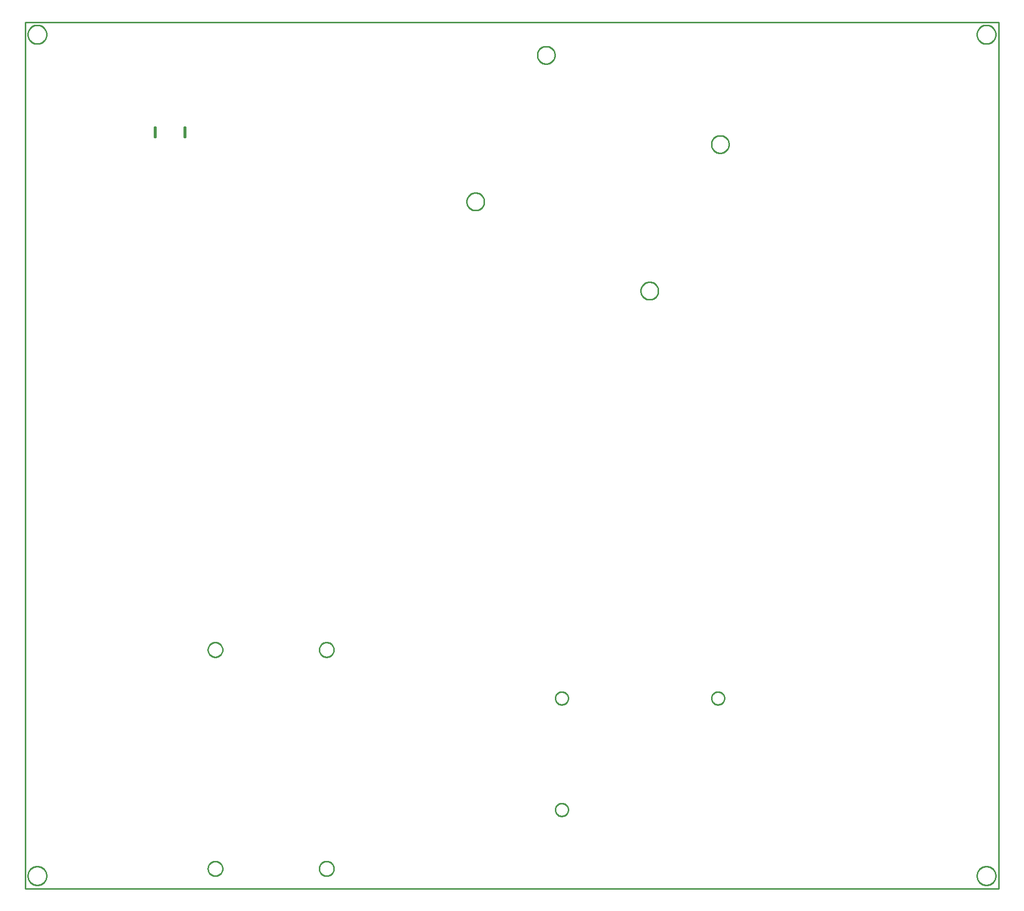
<source format=gbr>
G04 EAGLE Gerber RS-274X export*
G75*
%MOMM*%
%FSLAX34Y34*%
%LPD*%
%IN*%
%IPPOS*%
%AMOC8*
5,1,8,0,0,1.08239X$1,22.5*%
G01*
%ADD10C,0.254000*%


D10*
X-216408Y-411480D02*
X1446276Y-411480D01*
X1446276Y1068324D01*
X-216408Y1068324D01*
X-216408Y-411480D01*
X54680Y871880D02*
X57680Y871880D01*
X57680Y889880D01*
X54680Y889880D01*
X54680Y871880D01*
X3680Y871880D02*
X6680Y871880D01*
X6680Y889880D01*
X3680Y889880D01*
X3680Y871880D01*
X1440686Y1046972D02*
X1440618Y1045927D01*
X1440481Y1044888D01*
X1440276Y1043861D01*
X1440005Y1042849D01*
X1439669Y1041857D01*
X1439268Y1040889D01*
X1438804Y1039950D01*
X1438281Y1039042D01*
X1437699Y1038171D01*
X1437061Y1037340D01*
X1436370Y1036553D01*
X1435629Y1035812D01*
X1434842Y1035121D01*
X1434011Y1034484D01*
X1433140Y1033902D01*
X1432232Y1033378D01*
X1431293Y1032914D01*
X1430325Y1032513D01*
X1429333Y1032177D01*
X1428321Y1031906D01*
X1427294Y1031701D01*
X1426255Y1031565D01*
X1425210Y1031496D01*
X1424162Y1031496D01*
X1423117Y1031565D01*
X1422078Y1031701D01*
X1421051Y1031906D01*
X1420039Y1032177D01*
X1419047Y1032513D01*
X1418079Y1032914D01*
X1417140Y1033378D01*
X1416232Y1033902D01*
X1415361Y1034484D01*
X1414530Y1035121D01*
X1413743Y1035812D01*
X1413002Y1036553D01*
X1412311Y1037340D01*
X1411674Y1038171D01*
X1411092Y1039042D01*
X1410568Y1039950D01*
X1410104Y1040889D01*
X1409703Y1041857D01*
X1409367Y1042849D01*
X1409096Y1043861D01*
X1408891Y1044888D01*
X1408755Y1045927D01*
X1408686Y1046972D01*
X1408686Y1048020D01*
X1408755Y1049065D01*
X1408891Y1050104D01*
X1409096Y1051131D01*
X1409367Y1052143D01*
X1409703Y1053135D01*
X1410104Y1054103D01*
X1410568Y1055042D01*
X1411092Y1055950D01*
X1411674Y1056821D01*
X1412311Y1057652D01*
X1413002Y1058439D01*
X1413743Y1059180D01*
X1414530Y1059871D01*
X1415361Y1060509D01*
X1416232Y1061091D01*
X1417140Y1061614D01*
X1418079Y1062078D01*
X1419047Y1062479D01*
X1420039Y1062815D01*
X1421051Y1063086D01*
X1422078Y1063291D01*
X1423117Y1063428D01*
X1424162Y1063496D01*
X1425210Y1063496D01*
X1426255Y1063428D01*
X1427294Y1063291D01*
X1428321Y1063086D01*
X1429333Y1062815D01*
X1430325Y1062479D01*
X1431293Y1062078D01*
X1432232Y1061614D01*
X1433140Y1061091D01*
X1434011Y1060509D01*
X1434842Y1059871D01*
X1435629Y1059180D01*
X1436370Y1058439D01*
X1437061Y1057652D01*
X1437699Y1056821D01*
X1438281Y1055950D01*
X1438804Y1055042D01*
X1439268Y1054103D01*
X1439669Y1053135D01*
X1440005Y1052143D01*
X1440276Y1051131D01*
X1440481Y1050104D01*
X1440618Y1049065D01*
X1440686Y1048020D01*
X1440686Y1046972D01*
X1440686Y-390160D02*
X1440618Y-391205D01*
X1440481Y-392244D01*
X1440276Y-393271D01*
X1440005Y-394283D01*
X1439669Y-395275D01*
X1439268Y-396243D01*
X1438804Y-397182D01*
X1438281Y-398090D01*
X1437699Y-398961D01*
X1437061Y-399792D01*
X1436370Y-400579D01*
X1435629Y-401320D01*
X1434842Y-402011D01*
X1434011Y-402649D01*
X1433140Y-403231D01*
X1432232Y-403754D01*
X1431293Y-404218D01*
X1430325Y-404619D01*
X1429333Y-404955D01*
X1428321Y-405226D01*
X1427294Y-405431D01*
X1426255Y-405568D01*
X1425210Y-405636D01*
X1424162Y-405636D01*
X1423117Y-405568D01*
X1422078Y-405431D01*
X1421051Y-405226D01*
X1420039Y-404955D01*
X1419047Y-404619D01*
X1418079Y-404218D01*
X1417140Y-403754D01*
X1416232Y-403231D01*
X1415361Y-402649D01*
X1414530Y-402011D01*
X1413743Y-401320D01*
X1413002Y-400579D01*
X1412311Y-399792D01*
X1411674Y-398961D01*
X1411092Y-398090D01*
X1410568Y-397182D01*
X1410104Y-396243D01*
X1409703Y-395275D01*
X1409367Y-394283D01*
X1409096Y-393271D01*
X1408891Y-392244D01*
X1408755Y-391205D01*
X1408686Y-390160D01*
X1408686Y-389112D01*
X1408755Y-388067D01*
X1408891Y-387028D01*
X1409096Y-386001D01*
X1409367Y-384989D01*
X1409703Y-383997D01*
X1410104Y-383029D01*
X1410568Y-382090D01*
X1411092Y-381182D01*
X1411674Y-380311D01*
X1412311Y-379480D01*
X1413002Y-378693D01*
X1413743Y-377952D01*
X1414530Y-377261D01*
X1415361Y-376624D01*
X1416232Y-376042D01*
X1417140Y-375518D01*
X1418079Y-375054D01*
X1419047Y-374653D01*
X1420039Y-374317D01*
X1421051Y-374046D01*
X1422078Y-373841D01*
X1423117Y-373705D01*
X1424162Y-373636D01*
X1425210Y-373636D01*
X1426255Y-373705D01*
X1427294Y-373841D01*
X1428321Y-374046D01*
X1429333Y-374317D01*
X1430325Y-374653D01*
X1431293Y-375054D01*
X1432232Y-375518D01*
X1433140Y-376042D01*
X1434011Y-376624D01*
X1434842Y-377261D01*
X1435629Y-377952D01*
X1436370Y-378693D01*
X1437061Y-379480D01*
X1437699Y-380311D01*
X1438281Y-381182D01*
X1438804Y-382090D01*
X1439268Y-383029D01*
X1439669Y-383997D01*
X1440005Y-384989D01*
X1440276Y-386001D01*
X1440481Y-387028D01*
X1440618Y-388067D01*
X1440686Y-389112D01*
X1440686Y-390160D01*
X-179834Y-390160D02*
X-179903Y-391205D01*
X-180039Y-392244D01*
X-180244Y-393271D01*
X-180515Y-394283D01*
X-180851Y-395275D01*
X-181252Y-396243D01*
X-181716Y-397182D01*
X-182240Y-398090D01*
X-182822Y-398961D01*
X-183459Y-399792D01*
X-184150Y-400579D01*
X-184891Y-401320D01*
X-185678Y-402011D01*
X-186509Y-402649D01*
X-187380Y-403231D01*
X-188288Y-403754D01*
X-189227Y-404218D01*
X-190195Y-404619D01*
X-191187Y-404955D01*
X-192199Y-405226D01*
X-193226Y-405431D01*
X-194265Y-405568D01*
X-195310Y-405636D01*
X-196358Y-405636D01*
X-197403Y-405568D01*
X-198442Y-405431D01*
X-199469Y-405226D01*
X-200481Y-404955D01*
X-201473Y-404619D01*
X-202441Y-404218D01*
X-203380Y-403754D01*
X-204288Y-403231D01*
X-205159Y-402649D01*
X-205990Y-402011D01*
X-206777Y-401320D01*
X-207518Y-400579D01*
X-208209Y-399792D01*
X-208847Y-398961D01*
X-209429Y-398090D01*
X-209952Y-397182D01*
X-210416Y-396243D01*
X-210817Y-395275D01*
X-211153Y-394283D01*
X-211424Y-393271D01*
X-211629Y-392244D01*
X-211766Y-391205D01*
X-211834Y-390160D01*
X-211834Y-389112D01*
X-211766Y-388067D01*
X-211629Y-387028D01*
X-211424Y-386001D01*
X-211153Y-384989D01*
X-210817Y-383997D01*
X-210416Y-383029D01*
X-209952Y-382090D01*
X-209429Y-381182D01*
X-208847Y-380311D01*
X-208209Y-379480D01*
X-207518Y-378693D01*
X-206777Y-377952D01*
X-205990Y-377261D01*
X-205159Y-376624D01*
X-204288Y-376042D01*
X-203380Y-375518D01*
X-202441Y-375054D01*
X-201473Y-374653D01*
X-200481Y-374317D01*
X-199469Y-374046D01*
X-198442Y-373841D01*
X-197403Y-373705D01*
X-196358Y-373636D01*
X-195310Y-373636D01*
X-194265Y-373705D01*
X-193226Y-373841D01*
X-192199Y-374046D01*
X-191187Y-374317D01*
X-190195Y-374653D01*
X-189227Y-375054D01*
X-188288Y-375518D01*
X-187380Y-376042D01*
X-186509Y-376624D01*
X-185678Y-377261D01*
X-184891Y-377952D01*
X-184150Y-378693D01*
X-183459Y-379480D01*
X-182822Y-380311D01*
X-182240Y-381182D01*
X-181716Y-382090D01*
X-181252Y-383029D01*
X-180851Y-383997D01*
X-180515Y-384989D01*
X-180244Y-386001D01*
X-180039Y-387028D01*
X-179903Y-388067D01*
X-179834Y-389112D01*
X-179834Y-390160D01*
X-179834Y1046972D02*
X-179903Y1045927D01*
X-180039Y1044888D01*
X-180244Y1043861D01*
X-180515Y1042849D01*
X-180851Y1041857D01*
X-181252Y1040889D01*
X-181716Y1039950D01*
X-182240Y1039042D01*
X-182822Y1038171D01*
X-183459Y1037340D01*
X-184150Y1036553D01*
X-184891Y1035812D01*
X-185678Y1035121D01*
X-186509Y1034484D01*
X-187380Y1033902D01*
X-188288Y1033378D01*
X-189227Y1032914D01*
X-190195Y1032513D01*
X-191187Y1032177D01*
X-192199Y1031906D01*
X-193226Y1031701D01*
X-194265Y1031565D01*
X-195310Y1031496D01*
X-196358Y1031496D01*
X-197403Y1031565D01*
X-198442Y1031701D01*
X-199469Y1031906D01*
X-200481Y1032177D01*
X-201473Y1032513D01*
X-202441Y1032914D01*
X-203380Y1033378D01*
X-204288Y1033902D01*
X-205159Y1034484D01*
X-205990Y1035121D01*
X-206777Y1035812D01*
X-207518Y1036553D01*
X-208209Y1037340D01*
X-208847Y1038171D01*
X-209429Y1039042D01*
X-209952Y1039950D01*
X-210416Y1040889D01*
X-210817Y1041857D01*
X-211153Y1042849D01*
X-211424Y1043861D01*
X-211629Y1044888D01*
X-211766Y1045927D01*
X-211834Y1046972D01*
X-211834Y1048020D01*
X-211766Y1049065D01*
X-211629Y1050104D01*
X-211424Y1051131D01*
X-211153Y1052143D01*
X-210817Y1053135D01*
X-210416Y1054103D01*
X-209952Y1055042D01*
X-209429Y1055950D01*
X-208847Y1056821D01*
X-208209Y1057652D01*
X-207518Y1058439D01*
X-206777Y1059180D01*
X-205990Y1059871D01*
X-205159Y1060509D01*
X-204288Y1061091D01*
X-203380Y1061614D01*
X-202441Y1062078D01*
X-201473Y1062479D01*
X-200481Y1062815D01*
X-199469Y1063086D01*
X-198442Y1063291D01*
X-197403Y1063428D01*
X-196358Y1063496D01*
X-195310Y1063496D01*
X-194265Y1063428D01*
X-193226Y1063291D01*
X-192199Y1063086D01*
X-191187Y1062815D01*
X-190195Y1062479D01*
X-189227Y1062078D01*
X-188288Y1061614D01*
X-187380Y1061091D01*
X-186509Y1060509D01*
X-185678Y1059871D01*
X-184891Y1059180D01*
X-184150Y1058439D01*
X-183459Y1057652D01*
X-182822Y1056821D01*
X-182240Y1055950D01*
X-181716Y1055042D01*
X-181252Y1054103D01*
X-180851Y1053135D01*
X-180515Y1052143D01*
X-180244Y1051131D01*
X-180039Y1050104D01*
X-179903Y1049065D01*
X-179834Y1048020D01*
X-179834Y1046972D01*
X297709Y-16000D02*
X296730Y-15923D01*
X295760Y-15769D01*
X294804Y-15540D01*
X293870Y-15236D01*
X292963Y-14861D01*
X292088Y-14415D01*
X291250Y-13901D01*
X290455Y-13324D01*
X289708Y-12686D01*
X289014Y-11992D01*
X288376Y-11245D01*
X287799Y-10450D01*
X287285Y-9612D01*
X286839Y-8737D01*
X286464Y-7830D01*
X286160Y-6896D01*
X285931Y-5941D01*
X285777Y-4970D01*
X285700Y-3991D01*
X285700Y-3009D01*
X285777Y-2030D01*
X285931Y-1060D01*
X286160Y-104D01*
X286464Y830D01*
X286839Y1737D01*
X287285Y2612D01*
X287799Y3450D01*
X288376Y4245D01*
X289014Y4992D01*
X289708Y5686D01*
X290455Y6324D01*
X291250Y6901D01*
X292088Y7415D01*
X292963Y7861D01*
X293870Y8236D01*
X294804Y8540D01*
X295760Y8769D01*
X296730Y8923D01*
X297709Y9000D01*
X298691Y9000D01*
X299670Y8923D01*
X300641Y8769D01*
X301596Y8540D01*
X302530Y8236D01*
X303437Y7861D01*
X304312Y7415D01*
X305150Y6901D01*
X305945Y6324D01*
X306692Y5686D01*
X307386Y4992D01*
X308024Y4245D01*
X308601Y3450D01*
X309115Y2612D01*
X309561Y1737D01*
X309936Y830D01*
X310240Y-104D01*
X310469Y-1060D01*
X310623Y-2030D01*
X310700Y-3009D01*
X310700Y-3991D01*
X310623Y-4970D01*
X310469Y-5941D01*
X310240Y-6896D01*
X309936Y-7830D01*
X309561Y-8737D01*
X309115Y-9612D01*
X308601Y-10450D01*
X308024Y-11245D01*
X307386Y-11992D01*
X306692Y-12686D01*
X305945Y-13324D01*
X305150Y-13901D01*
X304312Y-14415D01*
X303437Y-14861D01*
X302530Y-15236D01*
X301596Y-15540D01*
X300641Y-15769D01*
X299670Y-15923D01*
X298691Y-16000D01*
X297709Y-16000D01*
X297709Y-390000D02*
X296730Y-389923D01*
X295760Y-389769D01*
X294804Y-389540D01*
X293870Y-389236D01*
X292963Y-388861D01*
X292088Y-388415D01*
X291250Y-387901D01*
X290455Y-387324D01*
X289708Y-386686D01*
X289014Y-385992D01*
X288376Y-385245D01*
X287799Y-384450D01*
X287285Y-383612D01*
X286839Y-382737D01*
X286464Y-381830D01*
X286160Y-380896D01*
X285931Y-379941D01*
X285777Y-378970D01*
X285700Y-377991D01*
X285700Y-377009D01*
X285777Y-376030D01*
X285931Y-375060D01*
X286160Y-374104D01*
X286464Y-373170D01*
X286839Y-372263D01*
X287285Y-371388D01*
X287799Y-370550D01*
X288376Y-369755D01*
X289014Y-369008D01*
X289708Y-368314D01*
X290455Y-367676D01*
X291250Y-367099D01*
X292088Y-366585D01*
X292963Y-366139D01*
X293870Y-365764D01*
X294804Y-365460D01*
X295760Y-365231D01*
X296730Y-365077D01*
X297709Y-365000D01*
X298691Y-365000D01*
X299670Y-365077D01*
X300641Y-365231D01*
X301596Y-365460D01*
X302530Y-365764D01*
X303437Y-366139D01*
X304312Y-366585D01*
X305150Y-367099D01*
X305945Y-367676D01*
X306692Y-368314D01*
X307386Y-369008D01*
X308024Y-369755D01*
X308601Y-370550D01*
X309115Y-371388D01*
X309561Y-372263D01*
X309936Y-373170D01*
X310240Y-374104D01*
X310469Y-375060D01*
X310623Y-376030D01*
X310700Y-377009D01*
X310700Y-377991D01*
X310623Y-378970D01*
X310469Y-379941D01*
X310240Y-380896D01*
X309936Y-381830D01*
X309561Y-382737D01*
X309115Y-383612D01*
X308601Y-384450D01*
X308024Y-385245D01*
X307386Y-385992D01*
X306692Y-386686D01*
X305945Y-387324D01*
X305150Y-387901D01*
X304312Y-388415D01*
X303437Y-388861D01*
X302530Y-389236D01*
X301596Y-389540D01*
X300641Y-389769D01*
X299670Y-389923D01*
X298691Y-390000D01*
X297709Y-390000D01*
X107709Y-390000D02*
X106730Y-389923D01*
X105760Y-389769D01*
X104804Y-389540D01*
X103870Y-389236D01*
X102963Y-388861D01*
X102088Y-388415D01*
X101250Y-387901D01*
X100455Y-387324D01*
X99708Y-386686D01*
X99014Y-385992D01*
X98376Y-385245D01*
X97799Y-384450D01*
X97285Y-383612D01*
X96839Y-382737D01*
X96464Y-381830D01*
X96160Y-380896D01*
X95931Y-379941D01*
X95777Y-378970D01*
X95700Y-377991D01*
X95700Y-377009D01*
X95777Y-376030D01*
X95931Y-375060D01*
X96160Y-374104D01*
X96464Y-373170D01*
X96839Y-372263D01*
X97285Y-371388D01*
X97799Y-370550D01*
X98376Y-369755D01*
X99014Y-369008D01*
X99708Y-368314D01*
X100455Y-367676D01*
X101250Y-367099D01*
X102088Y-366585D01*
X102963Y-366139D01*
X103870Y-365764D01*
X104804Y-365460D01*
X105760Y-365231D01*
X106730Y-365077D01*
X107709Y-365000D01*
X108691Y-365000D01*
X109670Y-365077D01*
X110641Y-365231D01*
X111596Y-365460D01*
X112530Y-365764D01*
X113437Y-366139D01*
X114312Y-366585D01*
X115150Y-367099D01*
X115945Y-367676D01*
X116692Y-368314D01*
X117386Y-369008D01*
X118024Y-369755D01*
X118601Y-370550D01*
X119115Y-371388D01*
X119561Y-372263D01*
X119936Y-373170D01*
X120240Y-374104D01*
X120469Y-375060D01*
X120623Y-376030D01*
X120700Y-377009D01*
X120700Y-377991D01*
X120623Y-378970D01*
X120469Y-379941D01*
X120240Y-380896D01*
X119936Y-381830D01*
X119561Y-382737D01*
X119115Y-383612D01*
X118601Y-384450D01*
X118024Y-385245D01*
X117386Y-385992D01*
X116692Y-386686D01*
X115945Y-387324D01*
X115150Y-387901D01*
X114312Y-388415D01*
X113437Y-388861D01*
X112530Y-389236D01*
X111596Y-389540D01*
X110641Y-389769D01*
X109670Y-389923D01*
X108691Y-390000D01*
X107709Y-390000D01*
X107709Y-16000D02*
X106730Y-15923D01*
X105760Y-15769D01*
X104804Y-15540D01*
X103870Y-15236D01*
X102963Y-14861D01*
X102088Y-14415D01*
X101250Y-13901D01*
X100455Y-13324D01*
X99708Y-12686D01*
X99014Y-11992D01*
X98376Y-11245D01*
X97799Y-10450D01*
X97285Y-9612D01*
X96839Y-8737D01*
X96464Y-7830D01*
X96160Y-6896D01*
X95931Y-5941D01*
X95777Y-4970D01*
X95700Y-3991D01*
X95700Y-3009D01*
X95777Y-2030D01*
X95931Y-1060D01*
X96160Y-104D01*
X96464Y830D01*
X96839Y1737D01*
X97285Y2612D01*
X97799Y3450D01*
X98376Y4245D01*
X99014Y4992D01*
X99708Y5686D01*
X100455Y6324D01*
X101250Y6901D01*
X102088Y7415D01*
X102963Y7861D01*
X103870Y8236D01*
X104804Y8540D01*
X105760Y8769D01*
X106730Y8923D01*
X107709Y9000D01*
X108691Y9000D01*
X109670Y8923D01*
X110641Y8769D01*
X111596Y8540D01*
X112530Y8236D01*
X113437Y7861D01*
X114312Y7415D01*
X115150Y6901D01*
X115945Y6324D01*
X116692Y5686D01*
X117386Y4992D01*
X118024Y4245D01*
X118601Y3450D01*
X119115Y2612D01*
X119561Y1737D01*
X119936Y830D01*
X120240Y-104D01*
X120469Y-1060D01*
X120623Y-2030D01*
X120700Y-3009D01*
X120700Y-3991D01*
X120623Y-4970D01*
X120469Y-5941D01*
X120240Y-6896D01*
X119936Y-7830D01*
X119561Y-8737D01*
X119115Y-9612D01*
X118601Y-10450D01*
X118024Y-11245D01*
X117386Y-11992D01*
X116692Y-12686D01*
X115945Y-13324D01*
X115150Y-13901D01*
X114312Y-14415D01*
X113437Y-14861D01*
X112530Y-15236D01*
X111596Y-15540D01*
X110641Y-15769D01*
X109670Y-15923D01*
X108691Y-16000D01*
X107709Y-16000D01*
X710770Y-277292D02*
X710702Y-278154D01*
X710567Y-279008D01*
X710365Y-279848D01*
X710098Y-280670D01*
X709767Y-281469D01*
X709375Y-282239D01*
X708923Y-282976D01*
X708415Y-283675D01*
X707854Y-284333D01*
X707243Y-284944D01*
X706585Y-285505D01*
X705886Y-286013D01*
X705149Y-286465D01*
X704379Y-286857D01*
X703580Y-287188D01*
X702758Y-287455D01*
X701918Y-287657D01*
X701064Y-287792D01*
X700202Y-287860D01*
X699338Y-287860D01*
X698476Y-287792D01*
X697622Y-287657D01*
X696782Y-287455D01*
X695960Y-287188D01*
X695161Y-286857D01*
X694391Y-286465D01*
X693654Y-286013D01*
X692955Y-285505D01*
X692297Y-284944D01*
X691686Y-284333D01*
X691125Y-283675D01*
X690617Y-282976D01*
X690165Y-282239D01*
X689773Y-281469D01*
X689442Y-280670D01*
X689175Y-279848D01*
X688973Y-279008D01*
X688838Y-278154D01*
X688770Y-277292D01*
X688770Y-276428D01*
X688838Y-275566D01*
X688973Y-274712D01*
X689175Y-273872D01*
X689442Y-273050D01*
X689773Y-272251D01*
X690165Y-271481D01*
X690617Y-270744D01*
X691125Y-270045D01*
X691686Y-269387D01*
X692297Y-268776D01*
X692955Y-268215D01*
X693654Y-267707D01*
X694391Y-267255D01*
X695161Y-266863D01*
X695960Y-266532D01*
X696782Y-266265D01*
X697622Y-266063D01*
X698476Y-265928D01*
X699338Y-265860D01*
X700202Y-265860D01*
X701064Y-265928D01*
X701918Y-266063D01*
X702758Y-266265D01*
X703580Y-266532D01*
X704379Y-266863D01*
X705149Y-267255D01*
X705886Y-267707D01*
X706585Y-268215D01*
X707243Y-268776D01*
X707854Y-269387D01*
X708415Y-270045D01*
X708923Y-270744D01*
X709375Y-271481D01*
X709767Y-272251D01*
X710098Y-273050D01*
X710365Y-273872D01*
X710567Y-274712D01*
X710702Y-275566D01*
X710770Y-276428D01*
X710770Y-277292D01*
X710770Y-86792D02*
X710702Y-87654D01*
X710567Y-88508D01*
X710365Y-89348D01*
X710098Y-90170D01*
X709767Y-90969D01*
X709375Y-91739D01*
X708923Y-92476D01*
X708415Y-93175D01*
X707854Y-93833D01*
X707243Y-94444D01*
X706585Y-95005D01*
X705886Y-95513D01*
X705149Y-95965D01*
X704379Y-96357D01*
X703580Y-96688D01*
X702758Y-96955D01*
X701918Y-97157D01*
X701064Y-97292D01*
X700202Y-97360D01*
X699338Y-97360D01*
X698476Y-97292D01*
X697622Y-97157D01*
X696782Y-96955D01*
X695960Y-96688D01*
X695161Y-96357D01*
X694391Y-95965D01*
X693654Y-95513D01*
X692955Y-95005D01*
X692297Y-94444D01*
X691686Y-93833D01*
X691125Y-93175D01*
X690617Y-92476D01*
X690165Y-91739D01*
X689773Y-90969D01*
X689442Y-90170D01*
X689175Y-89348D01*
X688973Y-88508D01*
X688838Y-87654D01*
X688770Y-86792D01*
X688770Y-85928D01*
X688838Y-85066D01*
X688973Y-84212D01*
X689175Y-83372D01*
X689442Y-82550D01*
X689773Y-81751D01*
X690165Y-80981D01*
X690617Y-80244D01*
X691125Y-79545D01*
X691686Y-78887D01*
X692297Y-78276D01*
X692955Y-77715D01*
X693654Y-77207D01*
X694391Y-76755D01*
X695161Y-76363D01*
X695960Y-76032D01*
X696782Y-75765D01*
X697622Y-75563D01*
X698476Y-75428D01*
X699338Y-75360D01*
X700202Y-75360D01*
X701064Y-75428D01*
X701918Y-75563D01*
X702758Y-75765D01*
X703580Y-76032D01*
X704379Y-76363D01*
X705149Y-76755D01*
X705886Y-77207D01*
X706585Y-77715D01*
X707243Y-78276D01*
X707854Y-78887D01*
X708415Y-79545D01*
X708923Y-80244D01*
X709375Y-80981D01*
X709767Y-81751D01*
X710098Y-82550D01*
X710365Y-83372D01*
X710567Y-84212D01*
X710702Y-85066D01*
X710770Y-85928D01*
X710770Y-86792D01*
X977470Y-86792D02*
X977402Y-87654D01*
X977267Y-88508D01*
X977065Y-89348D01*
X976798Y-90170D01*
X976467Y-90969D01*
X976075Y-91739D01*
X975623Y-92476D01*
X975115Y-93175D01*
X974554Y-93833D01*
X973943Y-94444D01*
X973285Y-95005D01*
X972586Y-95513D01*
X971849Y-95965D01*
X971079Y-96357D01*
X970280Y-96688D01*
X969458Y-96955D01*
X968618Y-97157D01*
X967764Y-97292D01*
X966902Y-97360D01*
X966038Y-97360D01*
X965176Y-97292D01*
X964322Y-97157D01*
X963482Y-96955D01*
X962660Y-96688D01*
X961861Y-96357D01*
X961091Y-95965D01*
X960354Y-95513D01*
X959655Y-95005D01*
X958997Y-94444D01*
X958386Y-93833D01*
X957825Y-93175D01*
X957317Y-92476D01*
X956865Y-91739D01*
X956473Y-90969D01*
X956142Y-90170D01*
X955875Y-89348D01*
X955673Y-88508D01*
X955538Y-87654D01*
X955470Y-86792D01*
X955470Y-85928D01*
X955538Y-85066D01*
X955673Y-84212D01*
X955875Y-83372D01*
X956142Y-82550D01*
X956473Y-81751D01*
X956865Y-80981D01*
X957317Y-80244D01*
X957825Y-79545D01*
X958386Y-78887D01*
X958997Y-78276D01*
X959655Y-77715D01*
X960354Y-77207D01*
X961091Y-76755D01*
X961861Y-76363D01*
X962660Y-76032D01*
X963482Y-75765D01*
X964322Y-75563D01*
X965176Y-75428D01*
X966038Y-75360D01*
X966902Y-75360D01*
X967764Y-75428D01*
X968618Y-75563D01*
X969458Y-75765D01*
X970280Y-76032D01*
X971079Y-76363D01*
X971849Y-76755D01*
X972586Y-77207D01*
X973285Y-77715D01*
X973943Y-78276D01*
X974554Y-78887D01*
X975115Y-79545D01*
X975623Y-80244D01*
X976075Y-80981D01*
X976467Y-81751D01*
X976798Y-82550D01*
X977065Y-83372D01*
X977267Y-84212D01*
X977402Y-85066D01*
X977470Y-85928D01*
X977470Y-86792D01*
X567450Y761464D02*
X567374Y760396D01*
X567221Y759335D01*
X566993Y758288D01*
X566691Y757260D01*
X566317Y756256D01*
X565872Y755281D01*
X565358Y754341D01*
X564779Y753440D01*
X564137Y752582D01*
X563435Y751772D01*
X562678Y751015D01*
X561868Y750313D01*
X561010Y749671D01*
X560109Y749092D01*
X559169Y748578D01*
X558194Y748133D01*
X557190Y747759D01*
X556162Y747457D01*
X555115Y747229D01*
X554054Y747076D01*
X552986Y747000D01*
X551914Y747000D01*
X550846Y747076D01*
X549785Y747229D01*
X548738Y747457D01*
X547710Y747759D01*
X546706Y748133D01*
X545731Y748578D01*
X544791Y749092D01*
X543890Y749671D01*
X543032Y750313D01*
X542222Y751015D01*
X541465Y751772D01*
X540763Y752582D01*
X540121Y753440D01*
X539542Y754341D01*
X539028Y755281D01*
X538583Y756256D01*
X538209Y757260D01*
X537907Y758288D01*
X537679Y759335D01*
X537526Y760396D01*
X537450Y761464D01*
X537450Y762536D01*
X537526Y763604D01*
X537679Y764665D01*
X537907Y765712D01*
X538209Y766740D01*
X538583Y767744D01*
X539028Y768719D01*
X539542Y769659D01*
X540121Y770560D01*
X540763Y771418D01*
X541465Y772228D01*
X542222Y772985D01*
X543032Y773687D01*
X543890Y774329D01*
X544791Y774908D01*
X545731Y775422D01*
X546706Y775867D01*
X547710Y776241D01*
X548738Y776543D01*
X549785Y776771D01*
X550846Y776924D01*
X551914Y777000D01*
X552986Y777000D01*
X554054Y776924D01*
X555115Y776771D01*
X556162Y776543D01*
X557190Y776241D01*
X558194Y775867D01*
X559169Y775422D01*
X560109Y774908D01*
X561010Y774329D01*
X561868Y773687D01*
X562678Y772985D01*
X563435Y772228D01*
X564137Y771418D01*
X564779Y770560D01*
X565358Y769659D01*
X565872Y768719D01*
X566317Y767744D01*
X566691Y766740D01*
X566993Y765712D01*
X567221Y764665D01*
X567374Y763604D01*
X567450Y762536D01*
X567450Y761464D01*
X864630Y609064D02*
X864554Y607996D01*
X864401Y606935D01*
X864173Y605888D01*
X863871Y604860D01*
X863497Y603856D01*
X863052Y602881D01*
X862538Y601941D01*
X861959Y601040D01*
X861317Y600182D01*
X860615Y599372D01*
X859858Y598615D01*
X859048Y597913D01*
X858190Y597271D01*
X857289Y596692D01*
X856349Y596178D01*
X855374Y595733D01*
X854370Y595359D01*
X853342Y595057D01*
X852295Y594829D01*
X851234Y594676D01*
X850166Y594600D01*
X849094Y594600D01*
X848026Y594676D01*
X846965Y594829D01*
X845918Y595057D01*
X844890Y595359D01*
X843886Y595733D01*
X842911Y596178D01*
X841971Y596692D01*
X841070Y597271D01*
X840212Y597913D01*
X839402Y598615D01*
X838645Y599372D01*
X837943Y600182D01*
X837301Y601040D01*
X836722Y601941D01*
X836208Y602881D01*
X835763Y603856D01*
X835389Y604860D01*
X835087Y605888D01*
X834859Y606935D01*
X834706Y607996D01*
X834630Y609064D01*
X834630Y610136D01*
X834706Y611204D01*
X834859Y612265D01*
X835087Y613312D01*
X835389Y614340D01*
X835763Y615344D01*
X836208Y616319D01*
X836722Y617259D01*
X837301Y618160D01*
X837943Y619018D01*
X838645Y619828D01*
X839402Y620585D01*
X840212Y621287D01*
X841070Y621929D01*
X841971Y622508D01*
X842911Y623022D01*
X843886Y623467D01*
X844890Y623841D01*
X845918Y624143D01*
X846965Y624371D01*
X848026Y624524D01*
X849094Y624600D01*
X850166Y624600D01*
X851234Y624524D01*
X852295Y624371D01*
X853342Y624143D01*
X854370Y623841D01*
X855374Y623467D01*
X856349Y623022D01*
X857289Y622508D01*
X858190Y621929D01*
X859048Y621287D01*
X859858Y620585D01*
X860615Y619828D01*
X861317Y619018D01*
X861959Y618160D01*
X862538Y617259D01*
X863052Y616319D01*
X863497Y615344D01*
X863871Y614340D01*
X864173Y613312D01*
X864401Y612265D01*
X864554Y611204D01*
X864630Y610136D01*
X864630Y609064D01*
X688100Y1011654D02*
X688024Y1010586D01*
X687871Y1009525D01*
X687643Y1008478D01*
X687341Y1007450D01*
X686967Y1006446D01*
X686522Y1005471D01*
X686008Y1004531D01*
X685429Y1003630D01*
X684787Y1002772D01*
X684085Y1001962D01*
X683328Y1001205D01*
X682518Y1000503D01*
X681660Y999861D01*
X680759Y999282D01*
X679819Y998768D01*
X678844Y998323D01*
X677840Y997949D01*
X676812Y997647D01*
X675765Y997419D01*
X674704Y997266D01*
X673636Y997190D01*
X672564Y997190D01*
X671496Y997266D01*
X670435Y997419D01*
X669388Y997647D01*
X668360Y997949D01*
X667356Y998323D01*
X666381Y998768D01*
X665441Y999282D01*
X664540Y999861D01*
X663682Y1000503D01*
X662872Y1001205D01*
X662115Y1001962D01*
X661413Y1002772D01*
X660771Y1003630D01*
X660192Y1004531D01*
X659678Y1005471D01*
X659233Y1006446D01*
X658859Y1007450D01*
X658557Y1008478D01*
X658329Y1009525D01*
X658176Y1010586D01*
X658100Y1011654D01*
X658100Y1012726D01*
X658176Y1013794D01*
X658329Y1014855D01*
X658557Y1015902D01*
X658859Y1016930D01*
X659233Y1017934D01*
X659678Y1018909D01*
X660192Y1019849D01*
X660771Y1020750D01*
X661413Y1021608D01*
X662115Y1022418D01*
X662872Y1023175D01*
X663682Y1023877D01*
X664540Y1024519D01*
X665441Y1025098D01*
X666381Y1025612D01*
X667356Y1026057D01*
X668360Y1026431D01*
X669388Y1026733D01*
X670435Y1026961D01*
X671496Y1027114D01*
X672564Y1027190D01*
X673636Y1027190D01*
X674704Y1027114D01*
X675765Y1026961D01*
X676812Y1026733D01*
X677840Y1026431D01*
X678844Y1026057D01*
X679819Y1025612D01*
X680759Y1025098D01*
X681660Y1024519D01*
X682518Y1023877D01*
X683328Y1023175D01*
X684085Y1022418D01*
X684787Y1021608D01*
X685429Y1020750D01*
X686008Y1019849D01*
X686522Y1018909D01*
X686967Y1017934D01*
X687341Y1016930D01*
X687643Y1015902D01*
X687871Y1014855D01*
X688024Y1013794D01*
X688100Y1012726D01*
X688100Y1011654D01*
X985280Y859254D02*
X985204Y858186D01*
X985051Y857125D01*
X984823Y856078D01*
X984521Y855050D01*
X984147Y854046D01*
X983702Y853071D01*
X983188Y852131D01*
X982609Y851230D01*
X981967Y850372D01*
X981265Y849562D01*
X980508Y848805D01*
X979698Y848103D01*
X978840Y847461D01*
X977939Y846882D01*
X976999Y846368D01*
X976024Y845923D01*
X975020Y845549D01*
X973992Y845247D01*
X972945Y845019D01*
X971884Y844866D01*
X970816Y844790D01*
X969744Y844790D01*
X968676Y844866D01*
X967615Y845019D01*
X966568Y845247D01*
X965540Y845549D01*
X964536Y845923D01*
X963561Y846368D01*
X962621Y846882D01*
X961720Y847461D01*
X960862Y848103D01*
X960052Y848805D01*
X959295Y849562D01*
X958593Y850372D01*
X957951Y851230D01*
X957372Y852131D01*
X956858Y853071D01*
X956413Y854046D01*
X956039Y855050D01*
X955737Y856078D01*
X955509Y857125D01*
X955356Y858186D01*
X955280Y859254D01*
X955280Y860326D01*
X955356Y861394D01*
X955509Y862455D01*
X955737Y863502D01*
X956039Y864530D01*
X956413Y865534D01*
X956858Y866509D01*
X957372Y867449D01*
X957951Y868350D01*
X958593Y869208D01*
X959295Y870018D01*
X960052Y870775D01*
X960862Y871477D01*
X961720Y872119D01*
X962621Y872698D01*
X963561Y873212D01*
X964536Y873657D01*
X965540Y874031D01*
X966568Y874333D01*
X967615Y874561D01*
X968676Y874714D01*
X969744Y874790D01*
X970816Y874790D01*
X971884Y874714D01*
X972945Y874561D01*
X973992Y874333D01*
X975020Y874031D01*
X976024Y873657D01*
X976999Y873212D01*
X977939Y872698D01*
X978840Y872119D01*
X979698Y871477D01*
X980508Y870775D01*
X981265Y870018D01*
X981967Y869208D01*
X982609Y868350D01*
X983188Y867449D01*
X983702Y866509D01*
X984147Y865534D01*
X984521Y864530D01*
X984823Y863502D01*
X985051Y862455D01*
X985204Y861394D01*
X985280Y860326D01*
X985280Y859254D01*
M02*

</source>
